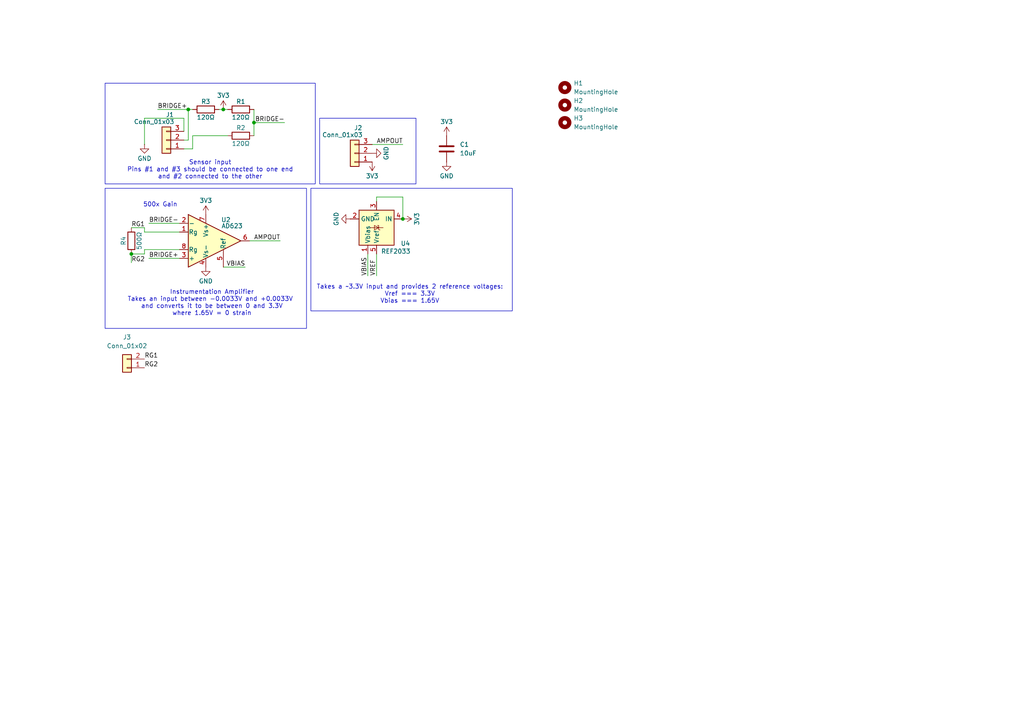
<source format=kicad_sch>
(kicad_sch
	(version 20231120)
	(generator "eeschema")
	(generator_version "8.0")
	(uuid "9c1af9d4-6ec7-46a5-a2c9-c98b5ad799e3")
	(paper "A4")
	(lib_symbols
		(symbol "Amplifier_Instrumentation:AD623"
			(pin_names
				(offset 0.127)
			)
			(exclude_from_sim no)
			(in_bom yes)
			(on_board yes)
			(property "Reference" "U"
				(at 3.81 7.62 0)
				(effects
					(font
						(size 1.27 1.27)
					)
				)
			)
			(property "Value" "AD623"
				(at 5.08 5.08 0)
				(effects
					(font
						(size 1.27 1.27)
					)
				)
			)
			(property "Footprint" ""
				(at 0 0 0)
				(effects
					(font
						(size 1.27 1.27)
					)
					(hide yes)
				)
			)
			(property "Datasheet" "https://www.analog.com/media/en/technical-documentation/data-sheets/AD623.pdf"
				(at 0 0 0)
				(effects
					(font
						(size 1.27 1.27)
					)
					(hide yes)
				)
			)
			(property "Description" "Single Rail-to-Rail, Low Cost Instrumentation Amplifier, DIP-8/SOIC-8/MSOP-8"
				(at 0 0 0)
				(effects
					(font
						(size 1.27 1.27)
					)
					(hide yes)
				)
			)
			(property "ki_keywords" "single instumentation amplifier"
				(at 0 0 0)
				(effects
					(font
						(size 1.27 1.27)
					)
					(hide yes)
				)
			)
			(property "ki_fp_filters" "SOIC*P1.27mm* DIP*W7.62mm*"
				(at 0 0 0)
				(effects
					(font
						(size 1.27 1.27)
					)
					(hide yes)
				)
			)
			(symbol "AD623_0_1"
				(polyline
					(pts
						(xy -7.62 7.62) (xy -7.62 -7.62) (xy 7.62 0) (xy -7.62 7.62)
					)
					(stroke
						(width 0.254)
						(type default)
					)
					(fill
						(type background)
					)
				)
			)
			(symbol "AD623_1_1"
				(pin passive line
					(at -10.16 2.54 0)
					(length 2.54)
					(name "Rg"
						(effects
							(font
								(size 1.27 1.27)
							)
						)
					)
					(number "1"
						(effects
							(font
								(size 1.27 1.27)
							)
						)
					)
				)
				(pin input line
					(at -10.16 5.08 0)
					(length 2.54)
					(name "-"
						(effects
							(font
								(size 1.27 1.27)
							)
						)
					)
					(number "2"
						(effects
							(font
								(size 1.27 1.27)
							)
						)
					)
				)
				(pin input line
					(at -10.16 -5.08 0)
					(length 2.54)
					(name "+"
						(effects
							(font
								(size 1.27 1.27)
							)
						)
					)
					(number "3"
						(effects
							(font
								(size 1.27 1.27)
							)
						)
					)
				)
				(pin power_in line
					(at -2.54 -7.62 90)
					(length 2.54)
					(name "Vs-"
						(effects
							(font
								(size 1.27 1.27)
							)
						)
					)
					(number "4"
						(effects
							(font
								(size 1.27 1.27)
							)
						)
					)
				)
				(pin passive line
					(at 2.54 -7.62 90)
					(length 5.08)
					(name "Ref"
						(effects
							(font
								(size 1.27 1.27)
							)
						)
					)
					(number "5"
						(effects
							(font
								(size 1.27 1.27)
							)
						)
					)
				)
				(pin output line
					(at 10.16 0 180)
					(length 2.54)
					(name "~"
						(effects
							(font
								(size 1.27 1.27)
							)
						)
					)
					(number "6"
						(effects
							(font
								(size 1.27 1.27)
							)
						)
					)
				)
				(pin power_in line
					(at -2.54 7.62 270)
					(length 2.54)
					(name "Vs+"
						(effects
							(font
								(size 1.27 1.27)
							)
						)
					)
					(number "7"
						(effects
							(font
								(size 1.27 1.27)
							)
						)
					)
				)
				(pin passive line
					(at -10.16 -2.54 0)
					(length 2.54)
					(name "Rg"
						(effects
							(font
								(size 1.27 1.27)
							)
						)
					)
					(number "8"
						(effects
							(font
								(size 1.27 1.27)
							)
						)
					)
				)
			)
		)
		(symbol "Connector_Generic:Conn_01x02"
			(pin_names
				(offset 1.016) hide)
			(exclude_from_sim no)
			(in_bom yes)
			(on_board yes)
			(property "Reference" "J"
				(at 0 2.54 0)
				(effects
					(font
						(size 1.27 1.27)
					)
				)
			)
			(property "Value" "Conn_01x02"
				(at 0 -5.08 0)
				(effects
					(font
						(size 1.27 1.27)
					)
				)
			)
			(property "Footprint" ""
				(at 0 0 0)
				(effects
					(font
						(size 1.27 1.27)
					)
					(hide yes)
				)
			)
			(property "Datasheet" "~"
				(at 0 0 0)
				(effects
					(font
						(size 1.27 1.27)
					)
					(hide yes)
				)
			)
			(property "Description" "Generic connector, single row, 01x02, script generated (kicad-library-utils/schlib/autogen/connector/)"
				(at 0 0 0)
				(effects
					(font
						(size 1.27 1.27)
					)
					(hide yes)
				)
			)
			(property "ki_keywords" "connector"
				(at 0 0 0)
				(effects
					(font
						(size 1.27 1.27)
					)
					(hide yes)
				)
			)
			(property "ki_fp_filters" "Connector*:*_1x??_*"
				(at 0 0 0)
				(effects
					(font
						(size 1.27 1.27)
					)
					(hide yes)
				)
			)
			(symbol "Conn_01x02_1_1"
				(rectangle
					(start -1.27 -2.413)
					(end 0 -2.667)
					(stroke
						(width 0.1524)
						(type default)
					)
					(fill
						(type none)
					)
				)
				(rectangle
					(start -1.27 0.127)
					(end 0 -0.127)
					(stroke
						(width 0.1524)
						(type default)
					)
					(fill
						(type none)
					)
				)
				(rectangle
					(start -1.27 1.27)
					(end 1.27 -3.81)
					(stroke
						(width 0.254)
						(type default)
					)
					(fill
						(type background)
					)
				)
				(pin passive line
					(at -5.08 0 0)
					(length 3.81)
					(name "Pin_1"
						(effects
							(font
								(size 1.27 1.27)
							)
						)
					)
					(number "1"
						(effects
							(font
								(size 1.27 1.27)
							)
						)
					)
				)
				(pin passive line
					(at -5.08 -2.54 0)
					(length 3.81)
					(name "Pin_2"
						(effects
							(font
								(size 1.27 1.27)
							)
						)
					)
					(number "2"
						(effects
							(font
								(size 1.27 1.27)
							)
						)
					)
				)
			)
		)
		(symbol "Connector_Generic:Conn_01x03"
			(pin_names
				(offset 1.016) hide)
			(exclude_from_sim no)
			(in_bom yes)
			(on_board yes)
			(property "Reference" "J"
				(at 0 5.08 0)
				(effects
					(font
						(size 1.27 1.27)
					)
				)
			)
			(property "Value" "Conn_01x03"
				(at 0 -5.08 0)
				(effects
					(font
						(size 1.27 1.27)
					)
				)
			)
			(property "Footprint" ""
				(at 0 0 0)
				(effects
					(font
						(size 1.27 1.27)
					)
					(hide yes)
				)
			)
			(property "Datasheet" "~"
				(at 0 0 0)
				(effects
					(font
						(size 1.27 1.27)
					)
					(hide yes)
				)
			)
			(property "Description" "Generic connector, single row, 01x03, script generated (kicad-library-utils/schlib/autogen/connector/)"
				(at 0 0 0)
				(effects
					(font
						(size 1.27 1.27)
					)
					(hide yes)
				)
			)
			(property "ki_keywords" "connector"
				(at 0 0 0)
				(effects
					(font
						(size 1.27 1.27)
					)
					(hide yes)
				)
			)
			(property "ki_fp_filters" "Connector*:*_1x??_*"
				(at 0 0 0)
				(effects
					(font
						(size 1.27 1.27)
					)
					(hide yes)
				)
			)
			(symbol "Conn_01x03_1_1"
				(rectangle
					(start -1.27 -2.413)
					(end 0 -2.667)
					(stroke
						(width 0.1524)
						(type default)
					)
					(fill
						(type none)
					)
				)
				(rectangle
					(start -1.27 0.127)
					(end 0 -0.127)
					(stroke
						(width 0.1524)
						(type default)
					)
					(fill
						(type none)
					)
				)
				(rectangle
					(start -1.27 2.667)
					(end 0 2.413)
					(stroke
						(width 0.1524)
						(type default)
					)
					(fill
						(type none)
					)
				)
				(rectangle
					(start -1.27 3.81)
					(end 1.27 -3.81)
					(stroke
						(width 0.254)
						(type default)
					)
					(fill
						(type background)
					)
				)
				(pin passive line
					(at -5.08 2.54 0)
					(length 3.81)
					(name "Pin_1"
						(effects
							(font
								(size 1.27 1.27)
							)
						)
					)
					(number "1"
						(effects
							(font
								(size 1.27 1.27)
							)
						)
					)
				)
				(pin passive line
					(at -5.08 0 0)
					(length 3.81)
					(name "Pin_2"
						(effects
							(font
								(size 1.27 1.27)
							)
						)
					)
					(number "2"
						(effects
							(font
								(size 1.27 1.27)
							)
						)
					)
				)
				(pin passive line
					(at -5.08 -2.54 0)
					(length 3.81)
					(name "Pin_3"
						(effects
							(font
								(size 1.27 1.27)
							)
						)
					)
					(number "3"
						(effects
							(font
								(size 1.27 1.27)
							)
						)
					)
				)
			)
		)
		(symbol "Device:C"
			(pin_numbers hide)
			(pin_names
				(offset 0.254)
			)
			(exclude_from_sim no)
			(in_bom yes)
			(on_board yes)
			(property "Reference" "C"
				(at 0.635 2.54 0)
				(effects
					(font
						(size 1.27 1.27)
					)
					(justify left)
				)
			)
			(property "Value" "C"
				(at 0.635 -2.54 0)
				(effects
					(font
						(size 1.27 1.27)
					)
					(justify left)
				)
			)
			(property "Footprint" ""
				(at 0.9652 -3.81 0)
				(effects
					(font
						(size 1.27 1.27)
					)
					(hide yes)
				)
			)
			(property "Datasheet" "~"
				(at 0 0 0)
				(effects
					(font
						(size 1.27 1.27)
					)
					(hide yes)
				)
			)
			(property "Description" "Unpolarized capacitor"
				(at 0 0 0)
				(effects
					(font
						(size 1.27 1.27)
					)
					(hide yes)
				)
			)
			(property "ki_keywords" "cap capacitor"
				(at 0 0 0)
				(effects
					(font
						(size 1.27 1.27)
					)
					(hide yes)
				)
			)
			(property "ki_fp_filters" "C_*"
				(at 0 0 0)
				(effects
					(font
						(size 1.27 1.27)
					)
					(hide yes)
				)
			)
			(symbol "C_0_1"
				(polyline
					(pts
						(xy -2.032 -0.762) (xy 2.032 -0.762)
					)
					(stroke
						(width 0.508)
						(type default)
					)
					(fill
						(type none)
					)
				)
				(polyline
					(pts
						(xy -2.032 0.762) (xy 2.032 0.762)
					)
					(stroke
						(width 0.508)
						(type default)
					)
					(fill
						(type none)
					)
				)
			)
			(symbol "C_1_1"
				(pin passive line
					(at 0 3.81 270)
					(length 2.794)
					(name "~"
						(effects
							(font
								(size 1.27 1.27)
							)
						)
					)
					(number "1"
						(effects
							(font
								(size 1.27 1.27)
							)
						)
					)
				)
				(pin passive line
					(at 0 -3.81 90)
					(length 2.794)
					(name "~"
						(effects
							(font
								(size 1.27 1.27)
							)
						)
					)
					(number "2"
						(effects
							(font
								(size 1.27 1.27)
							)
						)
					)
				)
			)
		)
		(symbol "Device:R"
			(pin_numbers hide)
			(pin_names
				(offset 0)
			)
			(exclude_from_sim no)
			(in_bom yes)
			(on_board yes)
			(property "Reference" "R"
				(at 2.032 0 90)
				(effects
					(font
						(size 1.27 1.27)
					)
				)
			)
			(property "Value" "R"
				(at 0 0 90)
				(effects
					(font
						(size 1.27 1.27)
					)
				)
			)
			(property "Footprint" ""
				(at -1.778 0 90)
				(effects
					(font
						(size 1.27 1.27)
					)
					(hide yes)
				)
			)
			(property "Datasheet" "~"
				(at 0 0 0)
				(effects
					(font
						(size 1.27 1.27)
					)
					(hide yes)
				)
			)
			(property "Description" "Resistor"
				(at 0 0 0)
				(effects
					(font
						(size 1.27 1.27)
					)
					(hide yes)
				)
			)
			(property "ki_keywords" "R res resistor"
				(at 0 0 0)
				(effects
					(font
						(size 1.27 1.27)
					)
					(hide yes)
				)
			)
			(property "ki_fp_filters" "R_*"
				(at 0 0 0)
				(effects
					(font
						(size 1.27 1.27)
					)
					(hide yes)
				)
			)
			(symbol "R_0_1"
				(rectangle
					(start -1.016 -2.54)
					(end 1.016 2.54)
					(stroke
						(width 0.254)
						(type default)
					)
					(fill
						(type none)
					)
				)
			)
			(symbol "R_1_1"
				(pin passive line
					(at 0 3.81 270)
					(length 1.27)
					(name "~"
						(effects
							(font
								(size 1.27 1.27)
							)
						)
					)
					(number "1"
						(effects
							(font
								(size 1.27 1.27)
							)
						)
					)
				)
				(pin passive line
					(at 0 -3.81 90)
					(length 1.27)
					(name "~"
						(effects
							(font
								(size 1.27 1.27)
							)
						)
					)
					(number "2"
						(effects
							(font
								(size 1.27 1.27)
							)
						)
					)
				)
			)
		)
		(symbol "Mechanical:MountingHole"
			(pin_names
				(offset 1.016)
			)
			(exclude_from_sim yes)
			(in_bom no)
			(on_board yes)
			(property "Reference" "H"
				(at 0 5.08 0)
				(effects
					(font
						(size 1.27 1.27)
					)
				)
			)
			(property "Value" "MountingHole"
				(at 0 3.175 0)
				(effects
					(font
						(size 1.27 1.27)
					)
				)
			)
			(property "Footprint" ""
				(at 0 0 0)
				(effects
					(font
						(size 1.27 1.27)
					)
					(hide yes)
				)
			)
			(property "Datasheet" "~"
				(at 0 0 0)
				(effects
					(font
						(size 1.27 1.27)
					)
					(hide yes)
				)
			)
			(property "Description" "Mounting Hole without connection"
				(at 0 0 0)
				(effects
					(font
						(size 1.27 1.27)
					)
					(hide yes)
				)
			)
			(property "ki_keywords" "mounting hole"
				(at 0 0 0)
				(effects
					(font
						(size 1.27 1.27)
					)
					(hide yes)
				)
			)
			(property "ki_fp_filters" "MountingHole*"
				(at 0 0 0)
				(effects
					(font
						(size 1.27 1.27)
					)
					(hide yes)
				)
			)
			(symbol "MountingHole_0_1"
				(circle
					(center 0 0)
					(radius 1.27)
					(stroke
						(width 1.27)
						(type default)
					)
					(fill
						(type none)
					)
				)
			)
		)
		(symbol "Reference_Voltage:REF2033"
			(exclude_from_sim no)
			(in_bom yes)
			(on_board yes)
			(property "Reference" "U?"
				(at 5.08 7.62 0)
				(effects
					(font
						(size 1.27 1.27)
					)
				)
			)
			(property "Value" "REF2033"
				(at -2.54 7.62 0)
				(effects
					(font
						(size 1.27 1.27)
					)
				)
			)
			(property "Footprint" "Package_TO_SOT_SMD:SOT-23-5"
				(at 1.016 -9.906 0)
				(effects
					(font
						(size 1.27 1.27)
					)
					(hide yes)
				)
			)
			(property "Datasheet" "https://www.ti.com/lit/ds/symlink/ref2033.pdf"
				(at 1.778 -13.208 0)
				(effects
					(font
						(size 1.27 1.27)
					)
					(hide yes)
				)
			)
			(property "Description" "3.3V Low-Drift, Low-Power, Dual-Output, VREF and VREF / 2 Voltage Reference, SOT-23-5"
				(at 0 0 0)
				(effects
					(font
						(size 1.27 1.27)
					)
					(hide yes)
				)
			)
			(property "ki_keywords" "voltage reference"
				(at 0 0 0)
				(effects
					(font
						(size 1.27 1.27)
					)
					(hide yes)
				)
			)
			(property "ki_fp_filters" "SOT?23*"
				(at 0 0 0)
				(effects
					(font
						(size 1.27 1.27)
					)
					(hide yes)
				)
			)
			(symbol "REF2033_0_1"
				(rectangle
					(start -5.08 5.08)
					(end 5.08 -5.08)
					(stroke
						(width 0.254)
						(type default)
					)
					(fill
						(type background)
					)
				)
				(polyline
					(pts
						(xy 0 1.905) (xy 0 -1.905)
					)
					(stroke
						(width 0)
						(type default)
					)
					(fill
						(type none)
					)
				)
				(polyline
					(pts
						(xy -0.635 -0.635) (xy 0.635 -0.635) (xy 0 0.635) (xy -0.635 -0.635)
					)
					(stroke
						(width 0)
						(type default)
					)
					(fill
						(type none)
					)
				)
				(polyline
					(pts
						(xy 0.635 1.016) (xy 0.635 0.635) (xy -0.635 0.635) (xy -0.635 0.254)
					)
					(stroke
						(width 0)
						(type default)
					)
					(fill
						(type none)
					)
				)
			)
			(symbol "REF2033_1_1"
				(pin output line
					(at 7.62 -2.54 180)
					(length 2.54)
					(name "Vbias"
						(effects
							(font
								(size 1.27 1.27)
							)
						)
					)
					(number "1"
						(effects
							(font
								(size 1.27 1.27)
							)
						)
					)
				)
				(pin power_in line
					(at -2.54 -7.62 90)
					(length 2.54)
					(name "GND"
						(effects
							(font
								(size 1.27 1.27)
							)
						)
					)
					(number "2"
						(effects
							(font
								(size 1.27 1.27)
							)
						)
					)
				)
				(pin input line
					(at -7.62 0 0)
					(length 2.54)
					(name "EN"
						(effects
							(font
								(size 1.27 1.27)
							)
						)
					)
					(number "3"
						(effects
							(font
								(size 1.27 1.27)
							)
						)
					)
				)
				(pin power_in line
					(at -2.54 7.62 270)
					(length 2.54)
					(name "IN"
						(effects
							(font
								(size 1.27 1.27)
							)
						)
					)
					(number "4"
						(effects
							(font
								(size 1.27 1.27)
							)
						)
					)
				)
				(pin output line
					(at 7.62 0 180)
					(length 2.54)
					(name "Vref"
						(effects
							(font
								(size 1.27 1.27)
							)
						)
					)
					(number "5"
						(effects
							(font
								(size 1.27 1.27)
							)
						)
					)
				)
			)
		)
		(symbol "power:+12V"
			(power)
			(pin_numbers hide)
			(pin_names
				(offset 0) hide)
			(exclude_from_sim no)
			(in_bom yes)
			(on_board yes)
			(property "Reference" "#PWR"
				(at 0 -3.81 0)
				(effects
					(font
						(size 1.27 1.27)
					)
					(hide yes)
				)
			)
			(property "Value" "+12V"
				(at 0 3.556 0)
				(effects
					(font
						(size 1.27 1.27)
					)
				)
			)
			(property "Footprint" ""
				(at 0 0 0)
				(effects
					(font
						(size 1.27 1.27)
					)
					(hide yes)
				)
			)
			(property "Datasheet" ""
				(at 0 0 0)
				(effects
					(font
						(size 1.27 1.27)
					)
					(hide yes)
				)
			)
			(property "Description" "Power symbol creates a global label with name \"+12V\""
				(at 0 0 0)
				(effects
					(font
						(size 1.27 1.27)
					)
					(hide yes)
				)
			)
			(property "ki_keywords" "global power"
				(at 0 0 0)
				(effects
					(font
						(size 1.27 1.27)
					)
					(hide yes)
				)
			)
			(symbol "+12V_0_1"
				(polyline
					(pts
						(xy -0.762 1.27) (xy 0 2.54)
					)
					(stroke
						(width 0)
						(type default)
					)
					(fill
						(type none)
					)
				)
				(polyline
					(pts
						(xy 0 0) (xy 0 2.54)
					)
					(stroke
						(width 0)
						(type default)
					)
					(fill
						(type none)
					)
				)
				(polyline
					(pts
						(xy 0 2.54) (xy 0.762 1.27)
					)
					(stroke
						(width 0)
						(type default)
					)
					(fill
						(type none)
					)
				)
			)
			(symbol "+12V_1_1"
				(pin power_in line
					(at 0 0 90)
					(length 0)
					(name "~"
						(effects
							(font
								(size 1.27 1.27)
							)
						)
					)
					(number "1"
						(effects
							(font
								(size 1.27 1.27)
							)
						)
					)
				)
			)
		)
		(symbol "power:GND"
			(power)
			(pin_numbers hide)
			(pin_names
				(offset 0) hide)
			(exclude_from_sim no)
			(in_bom yes)
			(on_board yes)
			(property "Reference" "#PWR"
				(at 0 -6.35 0)
				(effects
					(font
						(size 1.27 1.27)
					)
					(hide yes)
				)
			)
			(property "Value" "GND"
				(at 0 -3.81 0)
				(effects
					(font
						(size 1.27 1.27)
					)
				)
			)
			(property "Footprint" ""
				(at 0 0 0)
				(effects
					(font
						(size 1.27 1.27)
					)
					(hide yes)
				)
			)
			(property "Datasheet" ""
				(at 0 0 0)
				(effects
					(font
						(size 1.27 1.27)
					)
					(hide yes)
				)
			)
			(property "Description" "Power symbol creates a global label with name \"GND\" , ground"
				(at 0 0 0)
				(effects
					(font
						(size 1.27 1.27)
					)
					(hide yes)
				)
			)
			(property "ki_keywords" "global power"
				(at 0 0 0)
				(effects
					(font
						(size 1.27 1.27)
					)
					(hide yes)
				)
			)
			(symbol "GND_0_1"
				(polyline
					(pts
						(xy 0 0) (xy 0 -1.27) (xy 1.27 -1.27) (xy 0 -2.54) (xy -1.27 -1.27) (xy 0 -1.27)
					)
					(stroke
						(width 0)
						(type default)
					)
					(fill
						(type none)
					)
				)
			)
			(symbol "GND_1_1"
				(pin power_in line
					(at 0 0 270)
					(length 0)
					(name "~"
						(effects
							(font
								(size 1.27 1.27)
							)
						)
					)
					(number "1"
						(effects
							(font
								(size 1.27 1.27)
							)
						)
					)
				)
			)
		)
	)
	(junction
		(at 73.66 35.56)
		(diameter 0)
		(color 0 0 0 0)
		(uuid "4a2677de-8551-400e-90a8-3621f9d22e50")
	)
	(junction
		(at 64.77 31.75)
		(diameter 0)
		(color 0 0 0 0)
		(uuid "64e29cd0-fb97-4e99-b6ff-73a99c9b4411")
	)
	(junction
		(at 54.61 31.75)
		(diameter 0)
		(color 0 0 0 0)
		(uuid "7cb7547d-db13-474e-9716-cdc3f7285b85")
	)
	(junction
		(at 116.84 63.5)
		(diameter 0)
		(color 0 0 0 0)
		(uuid "bd9ea05a-44af-48b9-9119-a532f46b589f")
	)
	(junction
		(at 38.1 73.66)
		(diameter 0)
		(color 0 0 0 0)
		(uuid "eec4f931-deed-43b3-8c49-a40a8dc952c0")
	)
	(wire
		(pts
			(xy 109.22 73.66) (xy 109.22 80.01)
		)
		(stroke
			(width 0)
			(type default)
		)
		(uuid "00bd66b5-b712-4054-adb5-68b2f22fec12")
	)
	(wire
		(pts
			(xy 109.22 57.15) (xy 116.84 57.15)
		)
		(stroke
			(width 0)
			(type default)
		)
		(uuid "0850e8dc-2f73-4da2-b113-a626977ae914")
	)
	(wire
		(pts
			(xy 54.61 31.75) (xy 55.88 31.75)
		)
		(stroke
			(width 0)
			(type default)
		)
		(uuid "09bd6a16-6d11-4940-bd9d-b4dd7dd3fab4")
	)
	(wire
		(pts
			(xy 73.66 35.56) (xy 73.66 39.37)
		)
		(stroke
			(width 0)
			(type default)
		)
		(uuid "0aa3b38f-28ec-4710-9bd1-27560318a32d")
	)
	(wire
		(pts
			(xy 41.91 72.39) (xy 52.07 72.39)
		)
		(stroke
			(width 0)
			(type default)
		)
		(uuid "135b12fa-6e37-4ec7-93f8-119221e8fedd")
	)
	(wire
		(pts
			(xy 43.18 74.93) (xy 52.07 74.93)
		)
		(stroke
			(width 0)
			(type default)
		)
		(uuid "1ad3db40-73a3-4192-bbe3-8182891fa053")
	)
	(wire
		(pts
			(xy 71.12 77.47) (xy 64.77 77.47)
		)
		(stroke
			(width 0)
			(type default)
		)
		(uuid "21c1b90c-974e-46b9-bcd1-c2b21c8c9397")
	)
	(wire
		(pts
			(xy 73.66 35.56) (xy 82.55 35.56)
		)
		(stroke
			(width 0)
			(type default)
		)
		(uuid "22a2a9d7-be0b-4a87-a6dd-8f68a01a1b2c")
	)
	(wire
		(pts
			(xy 41.91 67.31) (xy 41.91 66.04)
		)
		(stroke
			(width 0)
			(type default)
		)
		(uuid "2a66999a-717c-4c9c-8829-5e5eada22502")
	)
	(wire
		(pts
			(xy 109.22 57.15) (xy 109.22 58.42)
		)
		(stroke
			(width 0)
			(type default)
		)
		(uuid "4bcb964b-8970-49b4-a175-dfa93fd38881")
	)
	(wire
		(pts
			(xy 53.34 40.64) (xy 54.61 40.64)
		)
		(stroke
			(width 0)
			(type default)
		)
		(uuid "607d9340-e6ed-4491-8648-f8342e7810de")
	)
	(wire
		(pts
			(xy 45.72 31.75) (xy 54.61 31.75)
		)
		(stroke
			(width 0)
			(type default)
		)
		(uuid "67c3703c-bc3f-4f1c-8b6e-733fa44a9bc9")
	)
	(wire
		(pts
			(xy 54.61 40.64) (xy 54.61 31.75)
		)
		(stroke
			(width 0)
			(type default)
		)
		(uuid "73e6df70-58a2-481c-8974-77f05e5b9af6")
	)
	(wire
		(pts
			(xy 53.34 34.29) (xy 41.91 34.29)
		)
		(stroke
			(width 0)
			(type default)
		)
		(uuid "789bc12b-9efd-4987-b4d6-7e25068f27ff")
	)
	(wire
		(pts
			(xy 63.5 31.75) (xy 64.77 31.75)
		)
		(stroke
			(width 0)
			(type default)
		)
		(uuid "8084af4f-3f89-42b6-8ab2-03a275837fc1")
	)
	(wire
		(pts
			(xy 72.39 69.85) (xy 81.28 69.85)
		)
		(stroke
			(width 0)
			(type default)
		)
		(uuid "8a920034-6ad9-4902-97a8-e3c64a86b4af")
	)
	(wire
		(pts
			(xy 55.88 43.18) (xy 53.34 43.18)
		)
		(stroke
			(width 0)
			(type default)
		)
		(uuid "9508d28a-66ce-41da-9f07-d02cb6366e79")
	)
	(wire
		(pts
			(xy 55.88 39.37) (xy 66.04 39.37)
		)
		(stroke
			(width 0)
			(type default)
		)
		(uuid "9f2cf392-b547-4f83-a948-9850b4705d47")
	)
	(wire
		(pts
			(xy 41.91 67.31) (xy 52.07 67.31)
		)
		(stroke
			(width 0)
			(type default)
		)
		(uuid "a8e8d577-268d-40e9-b2dc-b75689df0ad4")
	)
	(wire
		(pts
			(xy 116.84 57.15) (xy 116.84 63.5)
		)
		(stroke
			(width 0)
			(type default)
		)
		(uuid "b371aab4-ae03-4199-9004-87c0de62437d")
	)
	(wire
		(pts
			(xy 106.68 73.66) (xy 106.68 80.01)
		)
		(stroke
			(width 0)
			(type default)
		)
		(uuid "b89bd5ae-9258-43a5-b47a-f8be2dd63238")
	)
	(wire
		(pts
			(xy 38.1 73.66) (xy 38.1 76.2)
		)
		(stroke
			(width 0)
			(type default)
		)
		(uuid "ca54ddf2-f100-4097-8efc-c09593684d41")
	)
	(wire
		(pts
			(xy 64.77 31.75) (xy 66.04 31.75)
		)
		(stroke
			(width 0)
			(type default)
		)
		(uuid "d05d2aab-ac32-4fcd-a3d8-7d77ed65703c")
	)
	(wire
		(pts
			(xy 107.95 41.91) (xy 116.84 41.91)
		)
		(stroke
			(width 0)
			(type default)
		)
		(uuid "d47b4098-8eb3-459b-bd33-a62077018eb6")
	)
	(wire
		(pts
			(xy 55.88 39.37) (xy 55.88 43.18)
		)
		(stroke
			(width 0)
			(type default)
		)
		(uuid "decf872c-7f91-490c-a978-5dc12ad23e89")
	)
	(wire
		(pts
			(xy 43.18 64.77) (xy 52.07 64.77)
		)
		(stroke
			(width 0)
			(type default)
		)
		(uuid "df829661-1c84-40d8-a31f-232cca2c863c")
	)
	(wire
		(pts
			(xy 73.66 31.75) (xy 73.66 35.56)
		)
		(stroke
			(width 0)
			(type default)
		)
		(uuid "ec30c13b-e95d-4f05-b46b-7b865da37924")
	)
	(wire
		(pts
			(xy 53.34 34.29) (xy 53.34 38.1)
		)
		(stroke
			(width 0)
			(type default)
		)
		(uuid "ec7de387-a291-4018-9e00-b75b3d19ad04")
	)
	(wire
		(pts
			(xy 41.91 66.04) (xy 38.1 66.04)
		)
		(stroke
			(width 0)
			(type default)
		)
		(uuid "f025b332-26d1-4fbe-96be-131ee4207792")
	)
	(wire
		(pts
			(xy 38.1 73.66) (xy 41.91 73.66)
		)
		(stroke
			(width 0)
			(type default)
		)
		(uuid "f3ffe8ab-35e5-4bc8-a6f4-87ad3eee1d06")
	)
	(wire
		(pts
			(xy 41.91 34.29) (xy 41.91 41.91)
		)
		(stroke
			(width 0)
			(type default)
		)
		(uuid "f5c44e86-08ce-4deb-8019-5bf6e59042af")
	)
	(wire
		(pts
			(xy 41.91 73.66) (xy 41.91 72.39)
		)
		(stroke
			(width 0)
			(type default)
		)
		(uuid "fb57a65e-b24c-4aba-bab7-41f56d7a4b4a")
	)
	(rectangle
		(start 30.48 24.13)
		(end 91.44 53.34)
		(stroke
			(width 0)
			(type default)
		)
		(fill
			(type none)
		)
		(uuid 4b64d93c-44d2-476d-91dd-cfc094863978)
	)
	(rectangle
		(start 90.17 54.61)
		(end 148.59 90.17)
		(stroke
			(width 0)
			(type default)
		)
		(fill
			(type none)
		)
		(uuid b95410d8-d9b2-41f2-9b65-9f4060a3e8aa)
	)
	(rectangle
		(start 92.71 34.29)
		(end 120.65 53.34)
		(stroke
			(width 0)
			(type default)
		)
		(fill
			(type none)
		)
		(uuid e5d42c1e-a0da-4488-9cbf-363c8e0da9bf)
	)
	(rectangle
		(start 30.48 54.61)
		(end 88.9 95.25)
		(stroke
			(width 0)
			(type default)
		)
		(fill
			(type none)
		)
		(uuid f9286a99-e893-46b5-8a3d-bfbd8c680736)
	)
	(text "Instrumentation Amplifier\nTakes an input between -0.0033V and +0.0033V \nand converts it to be between 0 and 3.3V\nwhere 1.65V = 0 strain"
		(exclude_from_sim no)
		(at 61.468 87.884 0)
		(effects
			(font
				(size 1.27 1.27)
			)
		)
		(uuid "58f1bf30-fa45-4547-af5f-2c4ab6db3dd3")
	)
	(text "Sensor input\nPins #1 and #3 should be connected to one end\nand #2 connected to the other"
		(exclude_from_sim no)
		(at 60.96 49.276 0)
		(effects
			(font
				(size 1.27 1.27)
			)
		)
		(uuid "856b386a-9f97-4780-b829-15458f8337b2")
	)
	(text "Takes a ~3.3V input and provides 2 reference voltages:\nVref === 3.3V\nVbias === 1.65V"
		(exclude_from_sim no)
		(at 118.872 85.344 0)
		(effects
			(font
				(size 1.27 1.27)
			)
		)
		(uuid "865736d8-c945-44e6-9aa6-1f5c45a03368")
	)
	(text "500x Gain"
		(exclude_from_sim no)
		(at 46.482 59.436 0)
		(effects
			(font
				(size 1.27 1.27)
			)
		)
		(uuid "8d348ddc-757a-4e9c-bb37-f4dc51af216c")
	)
	(label "AMPOUT"
		(at 116.84 41.91 180)
		(fields_autoplaced yes)
		(effects
			(font
				(size 1.27 1.27)
			)
			(justify right bottom)
		)
		(uuid "00f2283a-c229-457a-980a-d908abdd14e1")
	)
	(label "RG1"
		(at 41.91 104.14 0)
		(fields_autoplaced yes)
		(effects
			(font
				(size 1.27 1.27)
			)
			(justify left bottom)
		)
		(uuid "2e115ac6-e043-4c2a-8390-fbd6bcf7286e")
	)
	(label "RG2"
		(at 41.91 106.68 0)
		(fields_autoplaced yes)
		(effects
			(font
				(size 1.27 1.27)
			)
			(justify left bottom)
		)
		(uuid "4420afc8-4046-49c7-8659-5df38a6b5aa9")
	)
	(label "BRIDGE-"
		(at 43.18 64.77 0)
		(fields_autoplaced yes)
		(effects
			(font
				(size 1.27 1.27)
			)
			(justify left bottom)
		)
		(uuid "45c1347f-a401-4969-8465-28012fb7daa5")
	)
	(label "VBIAS"
		(at 71.12 77.47 180)
		(fields_autoplaced yes)
		(effects
			(font
				(size 1.27 1.27)
			)
			(justify right bottom)
		)
		(uuid "72d67df8-54fd-409e-9bd2-d816b04c8e96")
	)
	(label "VREF"
		(at 109.22 80.01 90)
		(fields_autoplaced yes)
		(effects
			(font
				(size 1.27 1.27)
			)
			(justify left bottom)
		)
		(uuid "75061d32-6d40-4cab-b0ba-0809638d42e3")
	)
	(label "BRIDGE+"
		(at 43.18 74.93 0)
		(fields_autoplaced yes)
		(effects
			(font
				(size 1.27 1.27)
			)
			(justify left bottom)
		)
		(uuid "80ee0c79-e5ba-4a65-9ac0-a36c8cf8d23b")
	)
	(label "BRIDGE+"
		(at 45.72 31.75 0)
		(fields_autoplaced yes)
		(effects
			(font
				(size 1.27 1.27)
			)
			(justify left bottom)
		)
		(uuid "9485018d-e95f-44b7-b963-7157f8020ca1")
	)
	(label "VBIAS"
		(at 106.68 80.01 90)
		(fields_autoplaced yes)
		(effects
			(font
				(size 1.27 1.27)
			)
			(justify left bottom)
		)
		(uuid "9643bf62-9c95-405f-80ed-c6e30bd49a6f")
	)
	(label "AMPOUT"
		(at 81.28 69.85 180)
		(fields_autoplaced yes)
		(effects
			(font
				(size 1.27 1.27)
			)
			(justify right bottom)
		)
		(uuid "a21e3417-55b4-4f76-9d73-22c55590d61d")
	)
	(label "BRIDGE-"
		(at 82.55 35.56 180)
		(fields_autoplaced yes)
		(effects
			(font
				(size 1.27 1.27)
			)
			(justify right bottom)
		)
		(uuid "a3367d44-71f1-4ae0-a2c5-afd5438884ab")
	)
	(label "RG1"
		(at 38.1 66.04 0)
		(fields_autoplaced yes)
		(effects
			(font
				(size 1.27 1.27)
			)
			(justify left bottom)
		)
		(uuid "b286b3c6-dd51-4c09-ab7a-93edc855ebd7")
	)
	(label "RG2"
		(at 38.1 76.2 0)
		(fields_autoplaced yes)
		(effects
			(font
				(size 1.27 1.27)
			)
			(justify left bottom)
		)
		(uuid "be7f1668-dd93-4536-bcfd-b43bff684def")
	)
	(symbol
		(lib_id "Reference_Voltage:REF2033")
		(at 109.22 66.04 270)
		(unit 1)
		(exclude_from_sim no)
		(in_bom yes)
		(on_board yes)
		(dnp no)
		(uuid "05e81f14-782e-42d3-bf1a-9814e05da260")
		(property "Reference" "U4"
			(at 117.602 70.612 90)
			(effects
				(font
					(size 1.27 1.27)
				)
			)
		)
		(property "Value" "REF2033"
			(at 114.808 72.898 90)
			(effects
				(font
					(size 1.27 1.27)
				)
			)
		)
		(property "Footprint" "Package_TO_SOT_SMD:SOT-23-5"
			(at 99.314 67.056 0)
			(effects
				(font
					(size 1.27 1.27)
				)
				(hide yes)
			)
		)
		(property "Datasheet" "https://www.ti.com/lit/ds/symlink/ref2033.pdf"
			(at 96.012 67.818 0)
			(effects
				(font
					(size 1.27 1.27)
				)
				(hide yes)
			)
		)
		(property "Description" "3.3V Low-Drift, Low-Power, Dual-Output, VREF and VREF / 2 Voltage Reference, SOT-23-5"
			(at 109.22 66.04 0)
			(effects
				(font
					(size 1.27 1.27)
				)
				(hide yes)
			)
		)
		(property "Sim.Library" "lib\\ref2033\\REF2033.lib"
			(at 109.22 66.04 0)
			(effects
				(font
					(size 1.27 1.27)
				)
				(hide yes)
			)
		)
		(property "Sim.Name" "REF2033"
			(at 109.22 66.04 0)
			(effects
				(font
					(size 1.27 1.27)
				)
				(hide yes)
			)
		)
		(property "Sim.Device" "SUBCKT"
			(at 109.22 66.04 0)
			(effects
				(font
					(size 1.27 1.27)
				)
				(hide yes)
			)
		)
		(property "Sim.Pins" "1=VBIAS 2=GND 3=EN 4=VIN 5=VREF"
			(at 109.22 66.04 0)
			(effects
				(font
					(size 1.27 1.27)
				)
				(hide yes)
			)
		)
		(pin "1"
			(uuid "5356a4e9-274a-4871-adac-c2c1e82c4ae4")
		)
		(pin "3"
			(uuid "a4d9c804-5080-4619-800a-0bd9fb9c649d")
		)
		(pin "4"
			(uuid "5400fa94-6f4b-4150-802c-cf11efa00016")
		)
		(pin "5"
			(uuid "ca4d6730-cf81-4acf-9e33-085e2727570b")
		)
		(pin "2"
			(uuid "7a05ce37-017c-488b-a7c4-7648e60c3c45")
		)
		(instances
			(project "strain-gauge-amp-breakout"
				(path "/9c1af9d4-6ec7-46a5-a2c9-c98b5ad799e3"
					(reference "U4")
					(unit 1)
				)
			)
		)
	)
	(symbol
		(lib_id "power:GND")
		(at 41.91 41.91 0)
		(unit 1)
		(exclude_from_sim no)
		(in_bom yes)
		(on_board yes)
		(dnp no)
		(uuid "0b222b1c-3153-4597-a49d-888f33d00784")
		(property "Reference" "#PWR09"
			(at 41.91 48.26 0)
			(effects
				(font
					(size 1.27 1.27)
				)
				(hide yes)
			)
		)
		(property "Value" "GND"
			(at 41.91 45.974 0)
			(effects
				(font
					(size 1.27 1.27)
				)
			)
		)
		(property "Footprint" ""
			(at 41.91 41.91 0)
			(effects
				(font
					(size 1.27 1.27)
				)
				(hide yes)
			)
		)
		(property "Datasheet" ""
			(at 41.91 41.91 0)
			(effects
				(font
					(size 1.27 1.27)
				)
				(hide yes)
			)
		)
		(property "Description" "Power symbol creates a global label with name \"GND\" , ground"
			(at 41.91 41.91 0)
			(effects
				(font
					(size 1.27 1.27)
				)
				(hide yes)
			)
		)
		(pin "1"
			(uuid "0aa0eff3-fead-478e-9e13-dc715ef7f91d")
		)
		(instances
			(project "strain-gauge-amp-breakout"
				(path "/9c1af9d4-6ec7-46a5-a2c9-c98b5ad799e3"
					(reference "#PWR09")
					(unit 1)
				)
			)
		)
	)
	(symbol
		(lib_id "Device:R")
		(at 38.1 69.85 0)
		(mirror x)
		(unit 1)
		(exclude_from_sim no)
		(in_bom yes)
		(on_board yes)
		(dnp no)
		(uuid "167bdea7-5821-4d97-bf3c-cd24ca1f2cd4")
		(property "Reference" "R4"
			(at 35.814 69.85 90)
			(effects
				(font
					(size 1.27 1.27)
				)
			)
		)
		(property "Value" "500Ω"
			(at 40.386 69.85 90)
			(effects
				(font
					(size 1.27 1.27)
				)
			)
		)
		(property "Footprint" "Resistor_SMD:R_0805_2012Metric"
			(at 36.322 69.85 90)
			(effects
				(font
					(size 1.27 1.27)
				)
				(hide yes)
			)
		)
		(property "Datasheet" "~"
			(at 38.1 69.85 0)
			(effects
				(font
					(size 1.27 1.27)
				)
				(hide yes)
			)
		)
		(property "Description" "Resistor"
			(at 38.1 69.85 0)
			(effects
				(font
					(size 1.27 1.27)
				)
				(hide yes)
			)
		)
		(pin "2"
			(uuid "43c1537f-17f0-4fe5-b4ad-9da92b55102c")
		)
		(pin "1"
			(uuid "c777affe-e94c-4cdf-a70e-101b44319f76")
		)
		(instances
			(project "strain-gauge-amp-breakout"
				(path "/9c1af9d4-6ec7-46a5-a2c9-c98b5ad799e3"
					(reference "R4")
					(unit 1)
				)
			)
		)
	)
	(symbol
		(lib_id "power:GND")
		(at 59.69 77.47 0)
		(unit 1)
		(exclude_from_sim no)
		(in_bom yes)
		(on_board yes)
		(dnp no)
		(uuid "2dbb853e-6ba4-4d71-a626-dcbfdf907bbe")
		(property "Reference" "#PWR08"
			(at 59.69 83.82 0)
			(effects
				(font
					(size 1.27 1.27)
				)
				(hide yes)
			)
		)
		(property "Value" "GND"
			(at 59.69 81.534 0)
			(effects
				(font
					(size 1.27 1.27)
				)
			)
		)
		(property "Footprint" ""
			(at 59.69 77.47 0)
			(effects
				(font
					(size 1.27 1.27)
				)
				(hide yes)
			)
		)
		(property "Datasheet" ""
			(at 59.69 77.47 0)
			(effects
				(font
					(size 1.27 1.27)
				)
				(hide yes)
			)
		)
		(property "Description" "Power symbol creates a global label with name \"GND\" , ground"
			(at 59.69 77.47 0)
			(effects
				(font
					(size 1.27 1.27)
				)
				(hide yes)
			)
		)
		(pin "1"
			(uuid "d832f485-d7e8-4c78-abd7-337946dd264a")
		)
		(instances
			(project "strain-gauge-amp-breakout"
				(path "/9c1af9d4-6ec7-46a5-a2c9-c98b5ad799e3"
					(reference "#PWR08")
					(unit 1)
				)
			)
		)
	)
	(symbol
		(lib_id "power:+12V")
		(at 59.69 62.23 0)
		(unit 1)
		(exclude_from_sim no)
		(in_bom yes)
		(on_board yes)
		(dnp no)
		(uuid "3775202a-167f-4ca4-b705-64215f267316")
		(property "Reference" "#PWR07"
			(at 59.69 66.04 0)
			(effects
				(font
					(size 1.27 1.27)
				)
				(hide yes)
			)
		)
		(property "Value" "3V3"
			(at 59.69 58.166 0)
			(effects
				(font
					(size 1.27 1.27)
				)
			)
		)
		(property "Footprint" ""
			(at 59.69 62.23 0)
			(effects
				(font
					(size 1.27 1.27)
				)
				(hide yes)
			)
		)
		(property "Datasheet" ""
			(at 59.69 62.23 0)
			(effects
				(font
					(size 1.27 1.27)
				)
				(hide yes)
			)
		)
		(property "Description" "Power symbol creates a global label with name \"+12V\""
			(at 59.69 62.23 0)
			(effects
				(font
					(size 1.27 1.27)
				)
				(hide yes)
			)
		)
		(pin "1"
			(uuid "1689d7c9-0913-494f-94dc-68b00e4dc0e8")
		)
		(instances
			(project "strain-gauge-amp-breakout"
				(path "/9c1af9d4-6ec7-46a5-a2c9-c98b5ad799e3"
					(reference "#PWR07")
					(unit 1)
				)
			)
		)
	)
	(symbol
		(lib_id "Device:R")
		(at 59.69 31.75 90)
		(mirror x)
		(unit 1)
		(exclude_from_sim no)
		(in_bom yes)
		(on_board yes)
		(dnp no)
		(uuid "63e47a72-79d5-4add-954b-79d8efb6164d")
		(property "Reference" "R3"
			(at 59.69 29.464 90)
			(effects
				(font
					(size 1.27 1.27)
				)
			)
		)
		(property "Value" "120Ω"
			(at 59.69 34.036 90)
			(effects
				(font
					(size 1.27 1.27)
				)
			)
		)
		(property "Footprint" "Resistor_SMD:R_0805_2012Metric"
			(at 59.69 29.972 90)
			(effects
				(font
					(size 1.27 1.27)
				)
				(hide yes)
			)
		)
		(property "Datasheet" "~"
			(at 59.69 31.75 0)
			(effects
				(font
					(size 1.27 1.27)
				)
				(hide yes)
			)
		)
		(property "Description" "Resistor"
			(at 59.69 31.75 0)
			(effects
				(font
					(size 1.27 1.27)
				)
				(hide yes)
			)
		)
		(pin "2"
			(uuid "d3d79384-eb18-4ace-80ae-b2561631d440")
		)
		(pin "1"
			(uuid "52de99ef-fd20-4455-9ec4-b8e39772868a")
		)
		(instances
			(project "strain-gauge-amp-breakout"
				(path "/9c1af9d4-6ec7-46a5-a2c9-c98b5ad799e3"
					(reference "R3")
					(unit 1)
				)
			)
		)
	)
	(symbol
		(lib_id "Mechanical:MountingHole")
		(at 163.83 35.56 0)
		(unit 1)
		(exclude_from_sim yes)
		(in_bom no)
		(on_board yes)
		(dnp no)
		(fields_autoplaced yes)
		(uuid "668cabf8-41de-4b27-9049-02a6e53c6a82")
		(property "Reference" "H3"
			(at 166.37 34.2899 0)
			(effects
				(font
					(size 1.27 1.27)
				)
				(justify left)
			)
		)
		(property "Value" "MountingHole"
			(at 166.37 36.8299 0)
			(effects
				(font
					(size 1.27 1.27)
				)
				(justify left)
			)
		)
		(property "Footprint" "MountingHole:MountingHole_2.2mm_M2"
			(at 163.83 35.56 0)
			(effects
				(font
					(size 1.27 1.27)
				)
				(hide yes)
			)
		)
		(property "Datasheet" "~"
			(at 163.83 35.56 0)
			(effects
				(font
					(size 1.27 1.27)
				)
				(hide yes)
			)
		)
		(property "Description" "Mounting Hole without connection"
			(at 163.83 35.56 0)
			(effects
				(font
					(size 1.27 1.27)
				)
				(hide yes)
			)
		)
		(instances
			(project "strain-gauge-amp-breakout"
				(path "/9c1af9d4-6ec7-46a5-a2c9-c98b5ad799e3"
					(reference "H3")
					(unit 1)
				)
			)
		)
	)
	(symbol
		(lib_id "Connector_Generic:Conn_01x03")
		(at 48.26 40.64 180)
		(unit 1)
		(exclude_from_sim no)
		(in_bom yes)
		(on_board yes)
		(dnp no)
		(uuid "6de5602f-2e28-4bd9-8128-bbacc502788c")
		(property "Reference" "J1"
			(at 49.276 33.274 0)
			(effects
				(font
					(size 1.27 1.27)
				)
			)
		)
		(property "Value" "Conn_01x03"
			(at 44.704 35.306 0)
			(effects
				(font
					(size 1.27 1.27)
				)
			)
		)
		(property "Footprint" "Connector_PinHeader_2.54mm:PinHeader_1x03_P2.54mm_Vertical"
			(at 48.26 40.64 0)
			(effects
				(font
					(size 1.27 1.27)
				)
				(hide yes)
			)
		)
		(property "Datasheet" "~"
			(at 48.26 40.64 0)
			(effects
				(font
					(size 1.27 1.27)
				)
				(hide yes)
			)
		)
		(property "Description" "Generic connector, single row, 01x03, script generated (kicad-library-utils/schlib/autogen/connector/)"
			(at 48.26 40.64 0)
			(effects
				(font
					(size 1.27 1.27)
				)
				(hide yes)
			)
		)
		(property "Sim.Device" "R"
			(at 48.26 40.64 0)
			(effects
				(font
					(size 1.27 1.27)
				)
				(hide yes)
			)
		)
		(property "Sim.Pins" "1=+ 2=-"
			(at 48.26 40.64 0)
			(effects
				(font
					(size 1.27 1.27)
				)
				(hide yes)
			)
		)
		(property "Sim.Params" "r=120.48"
			(at 48.26 40.64 0)
			(effects
				(font
					(size 1.27 1.27)
				)
				(hide yes)
			)
		)
		(pin "2"
			(uuid "82ac371e-c3b1-443d-8d7a-7311b4dd0419")
		)
		(pin "3"
			(uuid "c06d25aa-5263-4b35-bb32-91b9b53bc668")
		)
		(pin "1"
			(uuid "75765284-9f1b-4aa1-88c0-610e0a34e7c1")
		)
		(instances
			(project "strain-gauge-amp-breakout"
				(path "/9c1af9d4-6ec7-46a5-a2c9-c98b5ad799e3"
					(reference "J1")
					(unit 1)
				)
			)
		)
	)
	(symbol
		(lib_id "Mechanical:MountingHole")
		(at 163.83 25.4 0)
		(unit 1)
		(exclude_from_sim yes)
		(in_bom no)
		(on_board yes)
		(dnp no)
		(fields_autoplaced yes)
		(uuid "7b0c449c-3356-49e2-9c57-1bf75e5ef3b3")
		(property "Reference" "H1"
			(at 166.37 24.1299 0)
			(effects
				(font
					(size 1.27 1.27)
				)
				(justify left)
			)
		)
		(property "Value" "MountingHole"
			(at 166.37 26.6699 0)
			(effects
				(font
					(size 1.27 1.27)
				)
				(justify left)
			)
		)
		(property "Footprint" "MountingHole:MountingHole_2.2mm_M2"
			(at 163.83 25.4 0)
			(effects
				(font
					(size 1.27 1.27)
				)
				(hide yes)
			)
		)
		(property "Datasheet" "~"
			(at 163.83 25.4 0)
			(effects
				(font
					(size 1.27 1.27)
				)
				(hide yes)
			)
		)
		(property "Description" "Mounting Hole without connection"
			(at 163.83 25.4 0)
			(effects
				(font
					(size 1.27 1.27)
				)
				(hide yes)
			)
		)
		(instances
			(project "strain-gauge-amp-breakout"
				(path "/9c1af9d4-6ec7-46a5-a2c9-c98b5ad799e3"
					(reference "H1")
					(unit 1)
				)
			)
		)
	)
	(symbol
		(lib_id "power:+12V")
		(at 107.95 46.99 180)
		(unit 1)
		(exclude_from_sim no)
		(in_bom yes)
		(on_board yes)
		(dnp no)
		(uuid "7cfee686-ba67-4436-a2c4-1bfb6169357c")
		(property "Reference" "#PWR03"
			(at 107.95 43.18 0)
			(effects
				(font
					(size 1.27 1.27)
				)
				(hide yes)
			)
		)
		(property "Value" "3V3"
			(at 107.95 51.054 0)
			(effects
				(font
					(size 1.27 1.27)
				)
			)
		)
		(property "Footprint" ""
			(at 107.95 46.99 0)
			(effects
				(font
					(size 1.27 1.27)
				)
				(hide yes)
			)
		)
		(property "Datasheet" ""
			(at 107.95 46.99 0)
			(effects
				(font
					(size 1.27 1.27)
				)
				(hide yes)
			)
		)
		(property "Description" "Power symbol creates a global label with name \"+12V\""
			(at 107.95 46.99 0)
			(effects
				(font
					(size 1.27 1.27)
				)
				(hide yes)
			)
		)
		(pin "1"
			(uuid "c58f8e72-5d60-48d3-8c82-482bb7597972")
		)
		(instances
			(project "strain-gauge-amp-breakout"
				(path "/9c1af9d4-6ec7-46a5-a2c9-c98b5ad799e3"
					(reference "#PWR03")
					(unit 1)
				)
			)
		)
	)
	(symbol
		(lib_id "Mechanical:MountingHole")
		(at 163.83 30.48 0)
		(unit 1)
		(exclude_from_sim yes)
		(in_bom no)
		(on_board yes)
		(dnp no)
		(fields_autoplaced yes)
		(uuid "813f110e-9256-480a-85e0-b35976a80532")
		(property "Reference" "H2"
			(at 166.37 29.2099 0)
			(effects
				(font
					(size 1.27 1.27)
				)
				(justify left)
			)
		)
		(property "Value" "MountingHole"
			(at 166.37 31.7499 0)
			(effects
				(font
					(size 1.27 1.27)
				)
				(justify left)
			)
		)
		(property "Footprint" "MountingHole:MountingHole_2.2mm_M2"
			(at 163.83 30.48 0)
			(effects
				(font
					(size 1.27 1.27)
				)
				(hide yes)
			)
		)
		(property "Datasheet" "~"
			(at 163.83 30.48 0)
			(effects
				(font
					(size 1.27 1.27)
				)
				(hide yes)
			)
		)
		(property "Description" "Mounting Hole without connection"
			(at 163.83 30.48 0)
			(effects
				(font
					(size 1.27 1.27)
				)
				(hide yes)
			)
		)
		(instances
			(project "strain-gauge-amp-breakout"
				(path "/9c1af9d4-6ec7-46a5-a2c9-c98b5ad799e3"
					(reference "H2")
					(unit 1)
				)
			)
		)
	)
	(symbol
		(lib_id "power:GND")
		(at 129.54 46.99 0)
		(unit 1)
		(exclude_from_sim no)
		(in_bom yes)
		(on_board yes)
		(dnp no)
		(uuid "81fbd10a-9c52-47af-93bd-31b41fa5a89b")
		(property "Reference" "#PWR010"
			(at 129.54 53.34 0)
			(effects
				(font
					(size 1.27 1.27)
				)
				(hide yes)
			)
		)
		(property "Value" "GND"
			(at 129.54 51.054 0)
			(effects
				(font
					(size 1.27 1.27)
				)
			)
		)
		(property "Footprint" ""
			(at 129.54 46.99 0)
			(effects
				(font
					(size 1.27 1.27)
				)
				(hide yes)
			)
		)
		(property "Datasheet" ""
			(at 129.54 46.99 0)
			(effects
				(font
					(size 1.27 1.27)
				)
				(hide yes)
			)
		)
		(property "Description" "Power symbol creates a global label with name \"GND\" , ground"
			(at 129.54 46.99 0)
			(effects
				(font
					(size 1.27 1.27)
				)
				(hide yes)
			)
		)
		(pin "1"
			(uuid "637e71ec-56f1-4b8f-8196-eeec7efadef4")
		)
		(instances
			(project "strain-gauge-amp-breakout"
				(path "/9c1af9d4-6ec7-46a5-a2c9-c98b5ad799e3"
					(reference "#PWR010")
					(unit 1)
				)
			)
		)
	)
	(symbol
		(lib_id "power:+12V")
		(at 64.77 31.75 0)
		(unit 1)
		(exclude_from_sim no)
		(in_bom yes)
		(on_board yes)
		(dnp no)
		(uuid "85af2403-be95-4bf2-a01f-6571383c8ab4")
		(property "Reference" "#PWR01"
			(at 64.77 35.56 0)
			(effects
				(font
					(size 1.27 1.27)
				)
				(hide yes)
			)
		)
		(property "Value" "3V3"
			(at 64.77 27.686 0)
			(effects
				(font
					(size 1.27 1.27)
				)
			)
		)
		(property "Footprint" ""
			(at 64.77 31.75 0)
			(effects
				(font
					(size 1.27 1.27)
				)
				(hide yes)
			)
		)
		(property "Datasheet" ""
			(at 64.77 31.75 0)
			(effects
				(font
					(size 1.27 1.27)
				)
				(hide yes)
			)
		)
		(property "Description" "Power symbol creates a global label with name \"+12V\""
			(at 64.77 31.75 0)
			(effects
				(font
					(size 1.27 1.27)
				)
				(hide yes)
			)
		)
		(pin "1"
			(uuid "2772a4d6-8df6-4011-a259-1275312ae67e")
		)
		(instances
			(project "strain-gauge-amp-breakout"
				(path "/9c1af9d4-6ec7-46a5-a2c9-c98b5ad799e3"
					(reference "#PWR01")
					(unit 1)
				)
			)
		)
	)
	(symbol
		(lib_id "Amplifier_Instrumentation:AD623")
		(at 62.23 69.85 0)
		(unit 1)
		(exclude_from_sim no)
		(in_bom yes)
		(on_board yes)
		(dnp no)
		(uuid "a16f5674-42d5-4b49-aeac-2b3c96eb1e9c")
		(property "Reference" "U2"
			(at 65.532 63.754 0)
			(effects
				(font
					(size 1.27 1.27)
				)
			)
		)
		(property "Value" "AD623"
			(at 67.31 65.532 0)
			(effects
				(font
					(size 1.27 1.27)
				)
			)
		)
		(property "Footprint" "Package_SO:MSOP-8_3x3mm_P0.65mm"
			(at 62.23 69.85 0)
			(effects
				(font
					(size 1.27 1.27)
				)
				(hide yes)
			)
		)
		(property "Datasheet" "https://www.analog.com/media/en/technical-documentation/data-sheets/AD623.pdf"
			(at 62.23 69.85 0)
			(effects
				(font
					(size 1.27 1.27)
				)
				(hide yes)
			)
		)
		(property "Description" "Single Rail-to-Rail, Low Cost Instrumentation Amplifier, DIP-8/SOIC-8/MSOP-8"
			(at 62.23 69.85 0)
			(effects
				(font
					(size 1.27 1.27)
				)
				(hide yes)
			)
		)
		(property "Sim.Library" "lib\\ad623\\ad623.cir"
			(at 62.23 69.85 0)
			(effects
				(font
					(size 1.27 1.27)
				)
				(hide yes)
			)
		)
		(property "Sim.Name" "AD623"
			(at 62.23 69.85 0)
			(effects
				(font
					(size 1.27 1.27)
				)
				(hide yes)
			)
		)
		(property "Sim.Device" "SUBCKT"
			(at 62.23 69.85 0)
			(effects
				(font
					(size 1.27 1.27)
				)
				(hide yes)
			)
		)
		(property "Sim.Pins" "1=Rg+ 2=IN- 3=IN+ 4=50 5=REF 6=OUT 7=99 8=Rg-"
			(at 62.23 69.85 0)
			(effects
				(font
					(size 1.27 1.27)
				)
				(hide yes)
			)
		)
		(pin "4"
			(uuid "c7b9e623-e3fc-4217-bd84-0f0fc15b7fbd")
		)
		(pin "2"
			(uuid "3b280ad3-f21f-4445-ba04-cb4c6582c203")
		)
		(pin "1"
			(uuid "921a8548-f746-4a03-b089-32354159d79b")
		)
		(pin "8"
			(uuid "c46f3284-1953-471c-bca3-41babb5f7212")
		)
		(pin "6"
			(uuid "4fd8afcd-3924-49a4-a7a2-76ad7c9515ad")
		)
		(pin "7"
			(uuid "ec799c7a-a8b4-4d2b-977e-0acc24540998")
		)
		(pin "3"
			(uuid "b609bd75-c363-4379-9a64-af036f97a1d7")
		)
		(pin "5"
			(uuid "56b8a76e-37e6-4da6-908a-c8354cad22c2")
		)
		(instances
			(project "strain-gauge-amp-breakout"
				(path "/9c1af9d4-6ec7-46a5-a2c9-c98b5ad799e3"
					(reference "U2")
					(unit 1)
				)
			)
		)
	)
	(symbol
		(lib_id "power:+12V")
		(at 116.84 63.5 270)
		(unit 1)
		(exclude_from_sim no)
		(in_bom yes)
		(on_board yes)
		(dnp no)
		(uuid "a5208aee-4284-4874-9138-74e0647a376a")
		(property "Reference" "#PWR05"
			(at 113.03 63.5 0)
			(effects
				(font
					(size 1.27 1.27)
				)
				(hide yes)
			)
		)
		(property "Value" "3V3"
			(at 120.904 63.5 0)
			(effects
				(font
					(size 1.27 1.27)
				)
			)
		)
		(property "Footprint" ""
			(at 116.84 63.5 0)
			(effects
				(font
					(size 1.27 1.27)
				)
				(hide yes)
			)
		)
		(property "Datasheet" ""
			(at 116.84 63.5 0)
			(effects
				(font
					(size 1.27 1.27)
				)
				(hide yes)
			)
		)
		(property "Description" "Power symbol creates a global label with name \"+12V\""
			(at 116.84 63.5 0)
			(effects
				(font
					(size 1.27 1.27)
				)
				(hide yes)
			)
		)
		(pin "1"
			(uuid "70e47f3d-11d9-49a3-924a-1a8a7c60099c")
		)
		(instances
			(project "strain-gauge-amp-breakout"
				(path "/9c1af9d4-6ec7-46a5-a2c9-c98b5ad799e3"
					(reference "#PWR05")
					(unit 1)
				)
			)
		)
	)
	(symbol
		(lib_id "Device:R")
		(at 69.85 39.37 90)
		(mirror x)
		(unit 1)
		(exclude_from_sim no)
		(in_bom yes)
		(on_board yes)
		(dnp no)
		(uuid "b7f0aa85-ac4a-40f3-8185-dfac0e7fa9f6")
		(property "Reference" "R2"
			(at 69.85 37.084 90)
			(effects
				(font
					(size 1.27 1.27)
				)
			)
		)
		(property "Value" "120Ω"
			(at 69.85 41.656 90)
			(effects
				(font
					(size 1.27 1.27)
				)
			)
		)
		(property "Footprint" "Resistor_SMD:R_0805_2012Metric"
			(at 69.85 37.592 90)
			(effects
				(font
					(size 1.27 1.27)
				)
				(hide yes)
			)
		)
		(property "Datasheet" "~"
			(at 69.85 39.37 0)
			(effects
				(font
					(size 1.27 1.27)
				)
				(hide yes)
			)
		)
		(property "Description" "Resistor"
			(at 69.85 39.37 0)
			(effects
				(font
					(size 1.27 1.27)
				)
				(hide yes)
			)
		)
		(pin "2"
			(uuid "64190b40-d49b-47ec-9e05-2ec372ec6403")
		)
		(pin "1"
			(uuid "bb135b5c-8028-41fe-932f-9d8537f87d22")
		)
		(instances
			(project "strain-gauge-amp-breakout"
				(path "/9c1af9d4-6ec7-46a5-a2c9-c98b5ad799e3"
					(reference "R2")
					(unit 1)
				)
			)
		)
	)
	(symbol
		(lib_id "Connector_Generic:Conn_01x03")
		(at 102.87 44.45 180)
		(unit 1)
		(exclude_from_sim no)
		(in_bom yes)
		(on_board yes)
		(dnp no)
		(uuid "c0c85932-00fc-44d6-b74a-3a4aa203f677")
		(property "Reference" "J2"
			(at 103.886 37.084 0)
			(effects
				(font
					(size 1.27 1.27)
				)
			)
		)
		(property "Value" "Conn_01x03"
			(at 99.314 39.116 0)
			(effects
				(font
					(size 1.27 1.27)
				)
			)
		)
		(property "Footprint" "Connector_PinHeader_2.54mm:PinHeader_1x03_P2.54mm_Vertical"
			(at 102.87 44.45 0)
			(effects
				(font
					(size 1.27 1.27)
				)
				(hide yes)
			)
		)
		(property "Datasheet" "~"
			(at 102.87 44.45 0)
			(effects
				(font
					(size 1.27 1.27)
				)
				(hide yes)
			)
		)
		(property "Description" "Generic connector, single row, 01x03, script generated (kicad-library-utils/schlib/autogen/connector/)"
			(at 102.87 44.45 0)
			(effects
				(font
					(size 1.27 1.27)
				)
				(hide yes)
			)
		)
		(property "Sim.Device" "R"
			(at 102.87 44.45 0)
			(effects
				(font
					(size 1.27 1.27)
				)
				(hide yes)
			)
		)
		(property "Sim.Pins" "1=+ 2=-"
			(at 102.87 44.45 0)
			(effects
				(font
					(size 1.27 1.27)
				)
				(hide yes)
			)
		)
		(property "Sim.Params" "r=120.48"
			(at 102.87 44.45 0)
			(effects
				(font
					(size 1.27 1.27)
				)
				(hide yes)
			)
		)
		(pin "2"
			(uuid "83ed1a18-5132-492c-b9fb-9daba04eb20c")
		)
		(pin "3"
			(uuid "03343912-cbe2-4815-b5ed-93c9c4636c3a")
		)
		(pin "1"
			(uuid "6b850dee-90fb-4b91-bbc5-571e0773297a")
		)
		(instances
			(project "strain-gauge-amp-breakout"
				(path "/9c1af9d4-6ec7-46a5-a2c9-c98b5ad799e3"
					(reference "J2")
					(unit 1)
				)
			)
		)
	)
	(symbol
		(lib_id "power:+12V")
		(at 129.54 39.37 0)
		(unit 1)
		(exclude_from_sim no)
		(in_bom yes)
		(on_board yes)
		(dnp no)
		(uuid "c245fd77-cc42-4589-8773-9d877a44b3a4")
		(property "Reference" "#PWR04"
			(at 129.54 43.18 0)
			(effects
				(font
					(size 1.27 1.27)
				)
				(hide yes)
			)
		)
		(property "Value" "3V3"
			(at 129.54 35.306 0)
			(effects
				(font
					(size 1.27 1.27)
				)
			)
		)
		(property "Footprint" ""
			(at 129.54 39.37 0)
			(effects
				(font
					(size 1.27 1.27)
				)
				(hide yes)
			)
		)
		(property "Datasheet" ""
			(at 129.54 39.37 0)
			(effects
				(font
					(size 1.27 1.27)
				)
				(hide yes)
			)
		)
		(property "Description" "Power symbol creates a global label with name \"+12V\""
			(at 129.54 39.37 0)
			(effects
				(font
					(size 1.27 1.27)
				)
				(hide yes)
			)
		)
		(pin "1"
			(uuid "19b0fab3-6808-4c39-ad46-981cf7aba2a3")
		)
		(instances
			(project "strain-gauge-amp-breakout"
				(path "/9c1af9d4-6ec7-46a5-a2c9-c98b5ad799e3"
					(reference "#PWR04")
					(unit 1)
				)
			)
		)
	)
	(symbol
		(lib_id "Connector_Generic:Conn_01x02")
		(at 36.83 106.68 180)
		(unit 1)
		(exclude_from_sim no)
		(in_bom yes)
		(on_board yes)
		(dnp no)
		(fields_autoplaced yes)
		(uuid "c425abd0-8e5d-4b38-84ad-bc40d6eb59e8")
		(property "Reference" "J3"
			(at 36.83 97.79 0)
			(effects
				(font
					(size 1.27 1.27)
				)
			)
		)
		(property "Value" "Conn_01x02"
			(at 36.83 100.33 0)
			(effects
				(font
					(size 1.27 1.27)
				)
			)
		)
		(property "Footprint" "Connector_PinHeader_2.54mm:PinHeader_1x02_P2.54mm_Vertical"
			(at 36.83 106.68 0)
			(effects
				(font
					(size 1.27 1.27)
				)
				(hide yes)
			)
		)
		(property "Datasheet" "~"
			(at 36.83 106.68 0)
			(effects
				(font
					(size 1.27 1.27)
				)
				(hide yes)
			)
		)
		(property "Description" "Generic connector, single row, 01x02, script generated (kicad-library-utils/schlib/autogen/connector/)"
			(at 36.83 106.68 0)
			(effects
				(font
					(size 1.27 1.27)
				)
				(hide yes)
			)
		)
		(pin "2"
			(uuid "512e3e5f-2c1d-4a93-8c07-f857ee8eefcc")
		)
		(pin "1"
			(uuid "dc67baf4-7154-44d2-a713-8aeb193726d3")
		)
		(instances
			(project "strain-gauge-amp-breakout"
				(path "/9c1af9d4-6ec7-46a5-a2c9-c98b5ad799e3"
					(reference "J3")
					(unit 1)
				)
			)
		)
	)
	(symbol
		(lib_id "power:GND")
		(at 107.95 44.45 90)
		(unit 1)
		(exclude_from_sim no)
		(in_bom yes)
		(on_board yes)
		(dnp no)
		(uuid "e3c684c7-8a6e-4e39-8f66-e750246beddf")
		(property "Reference" "#PWR02"
			(at 114.3 44.45 0)
			(effects
				(font
					(size 1.27 1.27)
				)
				(hide yes)
			)
		)
		(property "Value" "GND"
			(at 112.014 44.45 0)
			(effects
				(font
					(size 1.27 1.27)
				)
			)
		)
		(property "Footprint" ""
			(at 107.95 44.45 0)
			(effects
				(font
					(size 1.27 1.27)
				)
				(hide yes)
			)
		)
		(property "Datasheet" ""
			(at 107.95 44.45 0)
			(effects
				(font
					(size 1.27 1.27)
				)
				(hide yes)
			)
		)
		(property "Description" "Power symbol creates a global label with name \"GND\" , ground"
			(at 107.95 44.45 0)
			(effects
				(font
					(size 1.27 1.27)
				)
				(hide yes)
			)
		)
		(pin "1"
			(uuid "2fa9f48d-191f-4eac-9387-9d96aa834198")
		)
		(instances
			(project "strain-gauge-amp-breakout"
				(path "/9c1af9d4-6ec7-46a5-a2c9-c98b5ad799e3"
					(reference "#PWR02")
					(unit 1)
				)
			)
		)
	)
	(symbol
		(lib_id "Device:R")
		(at 69.85 31.75 90)
		(mirror x)
		(unit 1)
		(exclude_from_sim no)
		(in_bom yes)
		(on_board yes)
		(dnp no)
		(uuid "ebfc138a-cf6e-4be7-93de-52f96c0e25ab")
		(property "Reference" "R1"
			(at 69.85 29.464 90)
			(effects
				(font
					(size 1.27 1.27)
				)
			)
		)
		(property "Value" "120Ω"
			(at 69.85 34.036 90)
			(effects
				(font
					(size 1.27 1.27)
				)
			)
		)
		(property "Footprint" "Resistor_SMD:R_0805_2012Metric"
			(at 69.85 29.972 90)
			(effects
				(font
					(size 1.27 1.27)
				)
				(hide yes)
			)
		)
		(property "Datasheet" "~"
			(at 69.85 31.75 0)
			(effects
				(font
					(size 1.27 1.27)
				)
				(hide yes)
			)
		)
		(property "Description" "Resistor"
			(at 69.85 31.75 0)
			(effects
				(font
					(size 1.27 1.27)
				)
				(hide yes)
			)
		)
		(pin "2"
			(uuid "268c2fa3-4342-4c31-92a0-40ebd6638f4a")
		)
		(pin "1"
			(uuid "a28e4c68-c657-4835-8bd8-0ec72797d840")
		)
		(instances
			(project "strain-gauge-amp-breakout"
				(path "/9c1af9d4-6ec7-46a5-a2c9-c98b5ad799e3"
					(reference "R1")
					(unit 1)
				)
			)
		)
	)
	(symbol
		(lib_id "Device:C")
		(at 129.54 43.18 0)
		(unit 1)
		(exclude_from_sim no)
		(in_bom yes)
		(on_board yes)
		(dnp no)
		(fields_autoplaced yes)
		(uuid "f0cb8a93-3817-49d0-90dd-4e63541f3d1a")
		(property "Reference" "C1"
			(at 133.35 41.9099 0)
			(effects
				(font
					(size 1.27 1.27)
				)
				(justify left)
			)
		)
		(property "Value" "10uF"
			(at 133.35 44.4499 0)
			(effects
				(font
					(size 1.27 1.27)
				)
				(justify left)
			)
		)
		(property "Footprint" "Capacitor_SMD:C_0805_2012Metric"
			(at 130.5052 46.99 0)
			(effects
				(font
					(size 1.27 1.27)
				)
				(hide yes)
			)
		)
		(property "Datasheet" "~"
			(at 129.54 43.18 0)
			(effects
				(font
					(size 1.27 1.27)
				)
				(hide yes)
			)
		)
		(property "Description" "Unpolarized capacitor"
			(at 129.54 43.18 0)
			(effects
				(font
					(size 1.27 1.27)
				)
				(hide yes)
			)
		)
		(pin "1"
			(uuid "aac09452-d04c-4bd0-ba2b-47673e91b4a4")
		)
		(pin "2"
			(uuid "e62ea311-9933-4c2e-8c7b-abe024f60b11")
		)
		(instances
			(project "strain-gauge-amp-breakout"
				(path "/9c1af9d4-6ec7-46a5-a2c9-c98b5ad799e3"
					(reference "C1")
					(unit 1)
				)
			)
		)
	)
	(symbol
		(lib_id "power:GND")
		(at 101.6 63.5 270)
		(unit 1)
		(exclude_from_sim no)
		(in_bom yes)
		(on_board yes)
		(dnp no)
		(uuid "fffbfbcb-986e-4efb-a936-4d02460ea27e")
		(property "Reference" "#PWR06"
			(at 95.25 63.5 0)
			(effects
				(font
					(size 1.27 1.27)
				)
				(hide yes)
			)
		)
		(property "Value" "GND"
			(at 97.536 63.5 0)
			(effects
				(font
					(size 1.27 1.27)
				)
			)
		)
		(property "Footprint" ""
			(at 101.6 63.5 0)
			(effects
				(font
					(size 1.27 1.27)
				)
				(hide yes)
			)
		)
		(property "Datasheet" ""
			(at 101.6 63.5 0)
			(effects
				(font
					(size 1.27 1.27)
				)
				(hide yes)
			)
		)
		(property "Description" "Power symbol creates a global label with name \"GND\" , ground"
			(at 101.6 63.5 0)
			(effects
				(font
					(size 1.27 1.27)
				)
				(hide yes)
			)
		)
		(pin "1"
			(uuid "ca8b6dc8-4c19-49c9-919e-1bc657fabcda")
		)
		(instances
			(project "strain-gauge-amp-breakout"
				(path "/9c1af9d4-6ec7-46a5-a2c9-c98b5ad799e3"
					(reference "#PWR06")
					(unit 1)
				)
			)
		)
	)
	(sheet_instances
		(path "/"
			(page "1")
		)
	)
)
</source>
